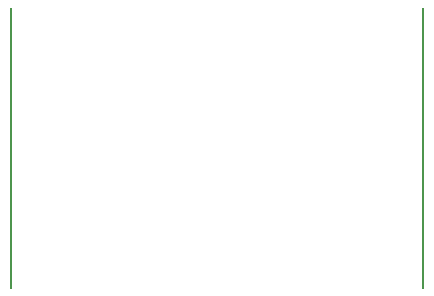
<source format=gbr>
%TF.GenerationSoftware,KiCad,Pcbnew,(5.1.6)-1*%
%TF.CreationDate,2020-09-30T17:33:36+08:00*%
%TF.ProjectId,Crenshaw,4372656e-7368-4617-972e-6b696361645f,rev?*%
%TF.SameCoordinates,Original*%
%TF.FileFunction,Legend,Bot*%
%TF.FilePolarity,Positive*%
%FSLAX46Y46*%
G04 Gerber Fmt 4.6, Leading zero omitted, Abs format (unit mm)*
G04 Created by KiCad (PCBNEW (5.1.6)-1) date 2020-09-30 17:33:36*
%MOMM*%
%LPD*%
G01*
G04 APERTURE LIST*
%ADD10C,0.150000*%
G04 APERTURE END LIST*
D10*
X199450000Y-99800000D02*
X199450000Y-123500000D01*
X164550000Y-99800000D02*
X164550000Y-123500000D01*
M02*

</source>
